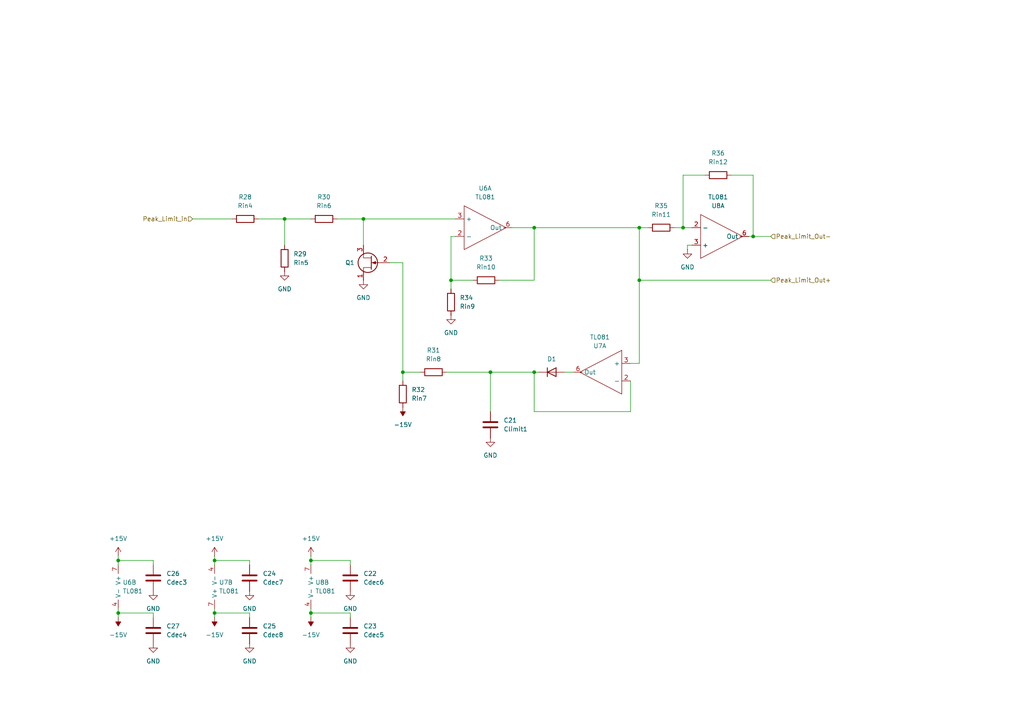
<source format=kicad_sch>
(kicad_sch (version 20231120) (generator "eeschema") (generator_version "8.0")
  (paper "A4")
  (lib_symbols
    (symbol "Custom_parts:TL081"
      (property "Reference" "U" (at 5.08 10.922 0))
      (property "Value" "TL081" (at 5.334 8.636 0))
      (symbol "TL081_1_1"
        (polyline (pts (xy 0 6.35) (xy 0 -6.35) (xy 12.192 0) (xy 0 6.35)))
        (pin no_connect line (at 2.54 -7.62 90) (length 2.54) hide (name "NC") (number "1"))
        (pin input line (at -2.54 -2.54 0) (length 2.54) (name "-") (number "2"))
        (pin input line (at -2.54 2.54 0) (length 2.54) (name "+") (number "3"))
        (pin no_connect line (at 7.62 -5.08 90) (length 2.54) hide (name "NC") (number "5"))
        (pin bidirectional line (at 13.97 0 180) (length 2.54) (name "Out") (number "6"))
        (pin no_connect line (at 2.54 7.62 270) (length 2.54) hide (name "NC") (number "8"))
      )
      (symbol "TL081_2_1"
        (pin power_in line (at 0 -6.35 90) (length 2.54) (name "V-") (number "4"))
        (pin power_in line (at 0 6.35 270) (length 2.54) (name "V+") (number "7"))
      )
    )
    (symbol "Device:C" (pin_numbers hide) (pin_names (offset 0.254))
      (property "Reference" "C" (at 0.635 2.54 0))
      (property "Value" "C" (at 0.635 -2.54 0))
      (symbol "C_0_1"
        (polyline (pts (xy -2.032 -0.762) (xy 2.032 -0.762)) (stroke (width 0.508)))
        (polyline (pts (xy -2.032 0.762) (xy 2.032 0.762)) (stroke (width 0.508)))
      )
      (symbol "C_1_1"
        (pin passive line (at 0 3.81 270) (length 2.794) (name "~") (number "1"))
        (pin passive line (at 0 -3.81 90) (length 2.794) (name "~") (number "2"))
      )
    )
    (symbol "Device:D" (pin_numbers hide) (pin_names (offset 1.016) hide)
      (property "Reference" "D" (at 0 2.54 0))
      (property "Value" "D" (at 0 -2.54 0))
      (symbol "D_0_1"
        (polyline (pts (xy -1.27 1.27) (xy -1.27 -1.27)) (stroke (width 0.254)))
        (polyline (pts (xy 1.27 0) (xy -1.27 0)))
        (polyline (pts (xy 1.27 1.27) (xy 1.27 -1.27) (xy -1.27 0) (xy 1.27 1.27)) (stroke (width 0.254)))
      )
      (symbol "D_1_1"
        (pin passive line (at -3.81 0 0) (length 2.54) (name "K") (number "1"))
        (pin passive line (at 3.81 0 180) (length 2.54) (name "A") (number "2"))
      )
    )
    (symbol "Device:R" (pin_numbers hide) (pin_names (offset 0))
      (property "Reference" "R" (at 2.032 0 90))
      (property "Value" "R" (at 0 0 90))
      (symbol "R_0_1"
        (rectangle (start -1.016 -2.54) (end 1.016 2.54) (stroke (width 0.254)))
      )
      (symbol "R_1_1"
        (pin passive line (at 0 3.81 270) (length 1.27) (name "~") (number "1"))
        (pin passive line (at 0 -3.81 90) (length 1.27) (name "~") (number "2"))
      )
    )
    (symbol "Transistor_FET:2N3819" (pin_names hide)
      (property "Reference" "Q" (at 5.08 1.905 0))
      (property "Value" "2N3819" (at 5.08 0 0))
      (symbol "2N3819_0_1"
        (polyline (pts (xy 0.254 0) (xy -2.54 0)))
        (polyline (pts (xy 0.254 1.905) (xy 0.254 -1.905)) (stroke (width 0.254)))
        (polyline (pts (xy 2.54 -2.54) (xy 2.54 -1.397) (xy 0.254 -1.397)))
        (polyline (pts (xy 2.54 2.54) (xy 2.54 1.397) (xy 0.254 1.397)))
        (polyline (pts (xy 0 0) (xy -1.016 0.381) (xy -1.016 -0.381) (xy 0 0)) (fill (type outline)))
        (circle (center 1.27 0) (radius 2.8194) (stroke (width 0.254)))
      )
      (symbol "2N3819_1_1"
        (pin passive line (at 2.54 5.08 270) (length 2.54) (name "D") (number "1"))
        (pin input line (at -5.08 0 0) (length 2.54) (name "G") (number "2"))
        (pin passive line (at 2.54 -5.08 90) (length 2.54) (name "S") (number "3"))
      )
    )
    (symbol "power:+15V" (power) (pin_numbers hide) (pin_names (offset 0) hide)
      (property "Value" "+15V" (at 0 3.556 0))
      (symbol "+15V_0_1"
        (polyline (pts (xy -0.762 1.27) (xy 0 2.54)))
        (polyline (pts (xy 0 0) (xy 0 2.54)))
        (polyline (pts (xy 0 2.54) (xy 0.762 1.27)))
      )
      (symbol "+15V_1_1"
        (pin power_in line (at 0 0 90) (length 0) (name "~") (number "1"))
      )
    )
    (symbol "power:-15V" (power) (pin_numbers hide) (pin_names (offset 0) hide)
      (property "Value" "-15V" (at 0 3.556 0))
      (symbol "-15V_0_0"
        (pin power_in line (at 0 0 90) (length 0) (name "~") (number "1"))
      )
      (symbol "-15V_0_1"
        (polyline (pts (xy 0 0) (xy 0 1.27) (xy 0.762 1.27) (xy 0 2.54) (xy -0.762 1.27) (xy 0 1.27)) (fill (type outline)))
      )
    )
    (symbol "power:GND" (power) (pin_numbers hide) (pin_names (offset 0) hide)
      (property "Value" "GND" (at 0 -3.81 0))
      (symbol "GND_0_1"
        (polyline (pts (xy 0 0) (xy 0 -1.27) (xy 1.27 -1.27) (xy 0 -2.54) (xy -1.27 -1.27) (xy 0 -1.27)))
      )
      (symbol "GND_1_1"
        (pin power_in line (at 0 0 270) (length 0) (name "~") (number "1"))
      )
    )
  )
  (junction (at 90.17 177.8))
  (junction (at 34.29 177.8))
  (junction (at 185.42 81.28))
  (junction (at 62.23 177.8))
  (junction (at 154.94 107.95))
  (junction (at 82.55 63.5))
  (junction (at 105.41 63.5))
  (junction (at 34.29 162.56))
  (junction (at 218.44 68.58))
  (junction (at 62.23 162.56))
  (junction (at 130.81 81.28))
  (junction (at 142.24 107.95))
  (junction (at 198.12 66.04))
  (junction (at 116.84 107.95))
  (junction (at 90.17 162.56))
  (junction (at 185.42 66.04))
  (junction (at 154.94 66.04))
  (wire (pts (xy 44.45 179.07) (xy 44.45 177.8)))
  (wire (pts (xy 90.17 177.8) (xy 90.17 176.53)))
  (wire (pts (xy 72.39 177.8) (xy 62.23 177.8)))
  (wire (pts (xy 154.94 66.04) (xy 148.59 66.04)))
  (wire (pts (xy 218.44 50.8) (xy 218.44 68.58)))
  (wire (pts (xy 132.08 68.58) (xy 130.81 68.58)))
  (wire (pts (xy 72.39 179.07) (xy 72.39 177.8)))
  (wire (pts (xy 187.96 66.04) (xy 185.42 66.04)))
  (wire (pts (xy 72.39 163.83) (xy 72.39 162.56)))
  (wire (pts (xy 90.17 161.29) (xy 90.17 162.56)))
  (wire (pts (xy 105.41 63.5) (xy 97.79 63.5)))
  (wire (pts (xy 156.21 107.95) (xy 154.94 107.95)))
  (wire (pts (xy 182.88 105.41) (xy 185.42 105.41)))
  (wire (pts (xy 154.94 81.28) (xy 154.94 66.04)))
  (wire (pts (xy 185.42 66.04) (xy 154.94 66.04)))
  (wire (pts (xy 198.12 66.04) (xy 200.66 66.04)))
  (wire (pts (xy 144.78 81.28) (xy 154.94 81.28)))
  (wire (pts (xy 199.39 72.39) (xy 199.39 71.12)))
  (wire (pts (xy 130.81 83.82) (xy 130.81 81.28)))
  (wire (pts (xy 212.09 50.8) (xy 218.44 50.8)))
  (wire (pts (xy 34.29 179.07) (xy 34.29 177.8)))
  (wire (pts (xy 62.23 161.29) (xy 62.23 162.56)))
  (wire (pts (xy 185.42 105.41) (xy 185.42 81.28)))
  (wire (pts (xy 116.84 107.95) (xy 121.92 107.95)))
  (wire (pts (xy 105.41 63.5) (xy 132.08 63.5)))
  (wire (pts (xy 116.84 107.95) (xy 116.84 110.49)))
  (wire (pts (xy 116.84 76.2) (xy 116.84 107.95)))
  (wire (pts (xy 129.54 107.95) (xy 142.24 107.95)))
  (wire (pts (xy 198.12 50.8) (xy 198.12 66.04)))
  (wire (pts (xy 34.29 177.8) (xy 34.29 176.53)))
  (wire (pts (xy 101.6 177.8) (xy 90.17 177.8)))
  (wire (pts (xy 199.39 71.12) (xy 200.66 71.12)))
  (wire (pts (xy 34.29 162.56) (xy 34.29 163.83)))
  (wire (pts (xy 154.94 119.38) (xy 154.94 107.95)))
  (wire (pts (xy 218.44 68.58) (xy 217.17 68.58)))
  (wire (pts (xy 44.45 163.83) (xy 44.45 162.56)))
  (wire (pts (xy 101.6 162.56) (xy 90.17 162.56)))
  (wire (pts (xy 130.81 68.58) (xy 130.81 81.28)))
  (wire (pts (xy 185.42 81.28) (xy 223.52 81.28)))
  (wire (pts (xy 195.58 66.04) (xy 198.12 66.04)))
  (wire (pts (xy 72.39 162.56) (xy 62.23 162.56)))
  (wire (pts (xy 62.23 179.07) (xy 62.23 177.8)))
  (wire (pts (xy 62.23 162.56) (xy 62.23 163.83)))
  (wire (pts (xy 182.88 119.38) (xy 154.94 119.38)))
  (wire (pts (xy 44.45 162.56) (xy 34.29 162.56)))
  (wire (pts (xy 34.29 161.29) (xy 34.29 162.56)))
  (wire (pts (xy 105.41 71.12) (xy 105.41 63.5)))
  (wire (pts (xy 101.6 163.83) (xy 101.6 162.56)))
  (wire (pts (xy 82.55 63.5) (xy 90.17 63.5)))
  (wire (pts (xy 82.55 71.12) (xy 82.55 63.5)))
  (wire (pts (xy 62.23 177.8) (xy 62.23 176.53)))
  (wire (pts (xy 44.45 177.8) (xy 34.29 177.8)))
  (wire (pts (xy 90.17 162.56) (xy 90.17 163.83)))
  (wire (pts (xy 204.47 50.8) (xy 198.12 50.8)))
  (wire (pts (xy 101.6 179.07) (xy 101.6 177.8)))
  (wire (pts (xy 130.81 81.28) (xy 137.16 81.28)))
  (wire (pts (xy 163.83 107.95) (xy 166.37 107.95)))
  (wire (pts (xy 142.24 107.95) (xy 142.24 119.38)))
  (wire (pts (xy 185.42 81.28) (xy 185.42 66.04)))
  (wire (pts (xy 90.17 179.07) (xy 90.17 177.8)))
  (wire (pts (xy 55.88 63.5) (xy 67.31 63.5)))
  (wire (pts (xy 82.55 63.5) (xy 74.93 63.5)))
  (wire (pts (xy 113.03 76.2) (xy 116.84 76.2)))
  (wire (pts (xy 218.44 68.58) (xy 223.52 68.58)))
  (wire (pts (xy 142.24 107.95) (xy 154.94 107.95)))
  (wire (pts (xy 182.88 110.49) (xy 182.88 119.38)))
  (hierarchical_label "Peak_Limit_in" (shape input) (at 55.88 63.5 180))
  (hierarchical_label "Peak_Limit_Out+" (shape input) (at 223.52 81.28 0))
  (hierarchical_label "Peak_Limit_Out-" (shape input) (at 223.52 68.58 0))
  (symbol (lib_id "Device:C") (at 44.45 167.64 0) (unit 1)
    (property "Reference" "C26" (at 48.26 166.3699 0) (effects (justify left)))
    (property "Value" "Cdec3" (at 48.26 168.9099 0) (effects (justify left)))
    (property "Footprint" "Capacitor_THT:C_Disc_D3.0mm_W1.6mm_P2.50mm" (effects (hide yes)))
    (property "Description" "Unpolarized capacitor" (effects (hide yes)))
  )
  (symbol (lib_id "Device:C") (at 72.39 167.64 0) (unit 1)
    (property "Reference" "C24" (at 76.2 166.3699 0) (effects (justify left)))
    (property "Value" "Cdec7" (at 76.2 168.9099 0) (effects (justify left)))
    (property "Footprint" "Capacitor_THT:C_Disc_D3.0mm_W1.6mm_P2.50mm" (effects (hide yes)))
    (property "Description" "Unpolarized capacitor" (effects (hide yes)))
  )
  (symbol (lib_id "power:GND") (at 142.24 127 0) (unit 1)
    (property "Reference" "#PWR038" (effects (hide yes)))
    (property "Value" "GND" (at 142.24 132.08 0))
    (property "Description" "Power symbol creates a global label with name \"GND\" , ground" (effects (hide yes)))
  )
  (symbol (lib_id "Device:C") (at 101.6 182.88 0) (unit 1)
    (property "Reference" "C23" (at 105.41 181.6099 0) (effects (justify left)))
    (property "Value" "Cdec5" (at 105.41 184.1499 0) (effects (justify left)))
    (property "Footprint" "Capacitor_THT:C_Disc_D3.0mm_W1.6mm_P2.50mm" (effects (hide yes)))
    (property "Description" "Unpolarized capacitor" (effects (hide yes)))
  )
  (symbol (lib_id "power:-15V") (at 90.17 179.07 180) (unit 1)
    (property "Reference" "#PWR046" (effects (hide yes)))
    (property "Value" "-15V" (at 90.17 184.15 0))
    (property "Description" "Power symbol creates a global label with name \"-15V\"" (effects (hide yes)))
  )
  (symbol (lib_id "Custom_parts:TL081") (at 203.2 68.58 0) (mirror x) (unit 1)
    (property "Reference" "U8" (at 208.28 59.69 0))
    (property "Value" "TL081" (at 208.28 57.15 0))
    (property "Footprint" "Package_DIP:CERDIP-8_W7.62mm_SideBrazed_LongPads_Socket" (effects (hide yes)))
  )
  (symbol (lib_id "Device:R") (at 125.73 107.95 90) (unit 1)
    (property "Reference" "R31" (at 125.73 101.6 90))
    (property "Value" "Rin8" (at 125.73 104.14 90))
    (property "Footprint" "Resistor_THT:R_Axial_DIN0207_L6.3mm_D2.5mm_P10.16mm_Horizontal" (effects (hide yes)))
    (property "Description" "Resistor" (effects (hide yes)))
  )
  (symbol (lib_id "power:GND") (at 72.39 171.45 0) (unit 1)
    (property "Reference" "#PWR049" (effects (hide yes)))
    (property "Value" "GND" (at 72.39 176.53 0))
    (property "Description" "Power symbol creates a global label with name \"GND\" , ground" (effects (hide yes)))
  )
  (symbol (lib_id "Device:C") (at 101.6 167.64 0) (unit 1)
    (property "Reference" "C22" (at 105.41 166.3699 0) (effects (justify left)))
    (property "Value" "Cdec6" (at 105.41 168.9099 0) (effects (justify left)))
    (property "Footprint" "Capacitor_THT:C_Disc_D3.0mm_W1.6mm_P2.50mm" (effects (hide yes)))
    (property "Description" "Unpolarized capacitor" (effects (hide yes)))
  )
  (symbol (lib_id "power:GND") (at 105.41 81.28 0) (unit 1)
    (property "Reference" "#PWR036" (effects (hide yes)))
    (property "Value" "GND" (at 105.41 86.36 0))
    (property "Description" "Power symbol creates a global label with name \"GND\" , ground" (effects (hide yes)))
  )
  (symbol (lib_id "Device:R") (at 93.98 63.5 90) (unit 1)
    (property "Reference" "R30" (at 93.98 57.15 90))
    (property "Value" "Rin6" (at 93.98 59.69 90))
    (property "Footprint" "Resistor_THT:R_Axial_DIN0207_L6.3mm_D2.5mm_P10.16mm_Horizontal" (effects (hide yes)))
    (property "Description" "Resistor" (effects (hide yes)))
  )
  (symbol (lib_id "power:GND") (at 72.39 186.69 0) (unit 1)
    (property "Reference" "#PWR050" (effects (hide yes)))
    (property "Value" "GND" (at 72.39 191.77 0))
    (property "Description" "Power symbol creates a global label with name \"GND\" , ground" (effects (hide yes)))
  )
  (symbol (lib_id "power:+15V") (at 62.23 161.29 0) (unit 1)
    (property "Reference" "#PWR042" (effects (hide yes)))
    (property "Value" "+15V" (at 62.23 156.21 0))
    (property "Description" "Power symbol creates a global label with name \"+15V\"" (effects (hide yes)))
  )
  (symbol (lib_id "Custom_parts:TL081") (at 62.23 170.18 180) (unit 2)
    (property "Reference" "U7" (at 63.5 168.9099 0) (effects (justify right)))
    (property "Value" "TL081" (at 63.5 171.4499 0) (effects (justify right)))
    (property "Footprint" "Package_DIP:CERDIP-8_W7.62mm_SideBrazed_LongPads_Socket" (effects (hide yes)))
  )
  (symbol (lib_id "Device:R") (at 130.81 87.63 180) (unit 1)
    (property "Reference" "R34" (at 133.35 86.3599 0) (effects (justify right)))
    (property "Value" "Rin9" (at 133.35 88.8999 0) (effects (justify right)))
    (property "Footprint" "Resistor_THT:R_Axial_DIN0207_L6.3mm_D2.5mm_P10.16mm_Horizontal" (effects (hide yes)))
    (property "Description" "Resistor" (effects (hide yes)))
  )
  (symbol (lib_id "power:GND") (at 130.81 91.44 0) (unit 1)
    (property "Reference" "#PWR039" (effects (hide yes)))
    (property "Value" "GND" (at 130.81 96.52 0))
    (property "Description" "Power symbol creates a global label with name \"GND\" , ground" (effects (hide yes)))
  )
  (symbol (lib_id "Device:R") (at 116.84 114.3 180) (unit 1)
    (property "Reference" "R32" (at 119.38 113.0299 0) (effects (justify right)))
    (property "Value" "Rin7" (at 119.38 115.5699 0) (effects (justify right)))
    (property "Footprint" "Resistor_THT:R_Axial_DIN0207_L6.3mm_D2.5mm_P10.16mm_Horizontal" (effects (hide yes)))
    (property "Description" "Resistor" (effects (hide yes)))
  )
  (symbol (lib_id "Device:D") (at 160.02 107.95 0) (unit 1)
    (property "Reference" "D1" (at 160.02 104.14 0))
    (property "Value" "D" (effects (hide yes)))
    (property "Footprint" "Diode_THT:D_5W_P12.70mm_Horizontal" (effects (hide yes)))
    (property "Description" "Diode" (effects (hide yes)))
    (property "Sim.Device" "D" (effects (hide yes)))
    (property "Sim.Pins" "1=K 2=A" (effects (hide yes)))
  )
  (symbol (lib_id "Device:R") (at 140.97 81.28 90) (unit 1)
    (property "Reference" "R33" (at 140.97 74.93 90))
    (property "Value" "Rin10" (at 140.97 77.47 90))
    (property "Footprint" "Resistor_THT:R_Axial_DIN0207_L6.3mm_D2.5mm_P10.16mm_Horizontal" (effects (hide yes)))
    (property "Description" "Resistor" (effects (hide yes)))
  )
  (symbol (lib_id "Device:C") (at 72.39 182.88 0) (unit 1)
    (property "Reference" "C25" (at 76.2 181.6099 0) (effects (justify left)))
    (property "Value" "Cdec8" (at 76.2 184.1499 0) (effects (justify left)))
    (property "Footprint" "Capacitor_THT:C_Disc_D3.0mm_W1.6mm_P2.50mm" (effects (hide yes)))
    (property "Description" "Unpolarized capacitor" (effects (hide yes)))
  )
  (symbol (lib_id "power:GND") (at 101.6 171.45 0) (unit 1)
    (property "Reference" "#PWR048" (effects (hide yes)))
    (property "Value" "GND" (at 101.6 176.53 0))
    (property "Description" "Power symbol creates a global label with name \"GND\" , ground" (effects (hide yes)))
  )
  (symbol (lib_id "Device:C") (at 44.45 182.88 0) (unit 1)
    (property "Reference" "C27" (at 48.26 181.6099 0) (effects (justify left)))
    (property "Value" "Cdec4" (at 48.26 184.1499 0) (effects (justify left)))
    (property "Footprint" "Capacitor_THT:C_Disc_D3.0mm_W1.6mm_P2.50mm" (effects (hide yes)))
    (property "Description" "Unpolarized capacitor" (effects (hide yes)))
  )
  (symbol (lib_id "power:-15V") (at 116.84 118.11 180) (unit 1)
    (property "Reference" "#PWR037" (effects (hide yes)))
    (property "Value" "-15V" (at 116.84 123.19 0))
    (property "Description" "Power symbol creates a global label with name \"-15V\"" (effects (hide yes)))
  )
  (symbol (lib_id "power:-15V") (at 62.23 179.07 180) (unit 1)
    (property "Reference" "#PWR045" (effects (hide yes)))
    (property "Value" "-15V" (at 62.23 184.15 0))
    (property "Description" "Power symbol creates a global label with name \"-15V\"" (effects (hide yes)))
  )
  (symbol (lib_id "power:GND") (at 44.45 171.45 0) (unit 1)
    (property "Reference" "#PWR051" (effects (hide yes)))
    (property "Value" "GND" (at 44.45 176.53 0))
    (property "Description" "Power symbol creates a global label with name \"GND\" , ground" (effects (hide yes)))
  )
  (symbol (lib_id "power:+15V") (at 90.17 161.29 0) (unit 1)
    (property "Reference" "#PWR041" (effects (hide yes)))
    (property "Value" "+15V" (at 90.17 156.21 0))
    (property "Description" "Power symbol creates a global label with name \"+15V\"" (effects (hide yes)))
  )
  (symbol (lib_id "power:GND") (at 82.55 78.74 0) (unit 1)
    (property "Reference" "#PWR035" (effects (hide yes)))
    (property "Value" "GND" (at 82.55 83.82 0))
    (property "Description" "Power symbol creates a global label with name \"GND\" , ground" (effects (hide yes)))
  )
  (symbol (lib_id "power:-15V") (at 34.29 179.07 180) (unit 1)
    (property "Reference" "#PWR044" (effects (hide yes)))
    (property "Value" "-15V" (at 34.29 184.15 0))
    (property "Description" "Power symbol creates a global label with name \"-15V\"" (effects (hide yes)))
  )
  (symbol (lib_id "Custom_parts:TL081") (at 180.34 107.95 0) (mirror y) (unit 1)
    (property "Reference" "U7" (at 173.99 100.33 0))
    (property "Value" "TL081" (at 173.99 97.79 0))
    (property "Footprint" "Package_DIP:CERDIP-8_W7.62mm_SideBrazed_LongPads_Socket" (effects (hide yes)))
  )
  (symbol (lib_id "power:GND") (at 101.6 186.69 0) (unit 1)
    (property "Reference" "#PWR047" (effects (hide yes)))
    (property "Value" "GND" (at 101.6 191.77 0))
    (property "Description" "Power symbol creates a global label with name \"GND\" , ground" (effects (hide yes)))
  )
  (symbol (lib_id "Custom_parts:TL081") (at 34.29 170.18 0) (unit 2)
    (property "Reference" "U6" (at 35.56 168.9099 0) (effects (justify left)))
    (property "Value" "TL081" (at 35.56 171.4499 0) (effects (justify left)))
    (property "Footprint" "Package_DIP:CERDIP-8_W7.62mm_SideBrazed_LongPads_Socket" (effects (hide yes)))
  )
  (symbol (lib_id "Transistor_FET:2N3819") (at 107.95 76.2 180) (unit 1)
    (property "Reference" "Q1" (at 102.87 76.1999 0) (effects (justify left)))
    (property "Value" "2N3819" (effects (hide yes)))
    (property "Footprint" "Package_TO_SOT_THT:TO-92" (effects (hide yes)))
    (property "Datasheet" "https://my.centralsemi.com/datasheets/2N3819.PDF" (effects (hide yes)))
    (property "Description" "20mA Id, 25V Vgs, N-Channel JFET Transistor, TO-92" (effects (hide yes)))
  )
  (symbol (lib_id "Device:R") (at 82.55 74.93 180) (unit 1)
    (property "Reference" "R29" (at 85.09 73.6599 0) (effects (justify right)))
    (property "Value" "Rin5" (at 85.09 76.1999 0) (effects (justify right)))
    (property "Footprint" "Resistor_THT:R_Axial_DIN0207_L6.3mm_D2.5mm_P10.16mm_Horizontal" (effects (hide yes)))
    (property "Description" "Resistor" (effects (hide yes)))
  )
  (symbol (lib_id "Device:R") (at 71.12 63.5 90) (unit 1)
    (property "Reference" "R28" (at 71.12 57.15 90))
    (property "Value" "Rin4" (at 71.12 59.69 90))
    (property "Footprint" "Resistor_THT:R_Axial_DIN0207_L6.3mm_D2.5mm_P10.16mm_Horizontal" (effects (hide yes)))
    (property "Description" "Resistor" (effects (hide yes)))
  )
  (symbol (lib_id "Device:R") (at 208.28 50.8 90) (unit 1)
    (property "Reference" "R36" (at 208.28 44.45 90))
    (property "Value" "Rin12" (at 208.28 46.99 90))
    (property "Footprint" "Resistor_THT:R_Axial_DIN0207_L6.3mm_D2.5mm_P10.16mm_Horizontal" (effects (hide yes)))
    (property "Description" "Resistor" (effects (hide yes)))
  )
  (symbol (lib_id "power:GND") (at 199.39 72.39 0) (unit 1)
    (property "Reference" "#PWR040" (effects (hide yes)))
    (property "Value" "GND" (at 199.39 77.47 0))
    (property "Description" "Power symbol creates a global label with name \"GND\" , ground" (effects (hide yes)))
  )
  (symbol (lib_id "Custom_parts:TL081") (at 134.62 66.04 0) (unit 1)
    (property "Reference" "U6" (at 140.716 54.61 0))
    (property "Value" "TL081" (at 140.716 57.15 0))
    (property "Footprint" "Package_DIP:CERDIP-8_W7.62mm_SideBrazed_LongPads_Socket" (effects (hide yes)))
  )
  (symbol (lib_id "Device:R") (at 191.77 66.04 90) (unit 1)
    (property "Reference" "R35" (at 191.77 59.69 90))
    (property "Value" "Rin11" (at 191.77 62.23 90))
    (property "Footprint" "Resistor_THT:R_Axial_DIN0207_L6.3mm_D2.5mm_P10.16mm_Horizontal" (effects (hide yes)))
    (property "Description" "Resistor" (effects (hide yes)))
  )
  (symbol (lib_id "power:+15V") (at 34.29 161.29 0) (unit 1)
    (property "Reference" "#PWR043" (effects (hide yes)))
    (property "Value" "+15V" (at 34.29 156.21 0))
    (property "Description" "Power symbol creates a global label with name \"+15V\"" (effects (hide yes)))
  )
  (symbol (lib_id "Custom_parts:TL081") (at 90.17 170.18 0) (unit 2)
    (property "Reference" "U8" (at 91.44 168.9099 0) (effects (justify left)))
    (property "Value" "TL081" (at 91.44 171.4499 0) (effects (justify left)))
    (property "Footprint" "Package_DIP:CERDIP-8_W7.62mm_SideBrazed_LongPads_Socket" (effects (hide yes)))
  )
  (symbol (lib_id "power:GND") (at 44.45 186.69 0) (unit 1)
    (property "Reference" "#PWR052" (effects (hide yes)))
    (property "Value" "GND" (at 44.45 191.77 0))
    (property "Description" "Power symbol creates a global label with name \"GND\" , ground" (effects (hide yes)))
  )
  (symbol (lib_id "Device:C") (at 142.24 123.19 0) (unit 1)
    (property "Reference" "C21" (at 146.05 121.9199 0) (effects (justify left)))
    (property "Value" "Climit1" (at 146.05 124.4599 0) (effects (justify left)))
    (property "Footprint" "Capacitor_THT:CP_Radial_D10.0mm_P5.00mm" (effects (hide yes)))
    (property "Description" "Unpolarized capacitor" (effects (hide yes)))
  )
)
</source>
